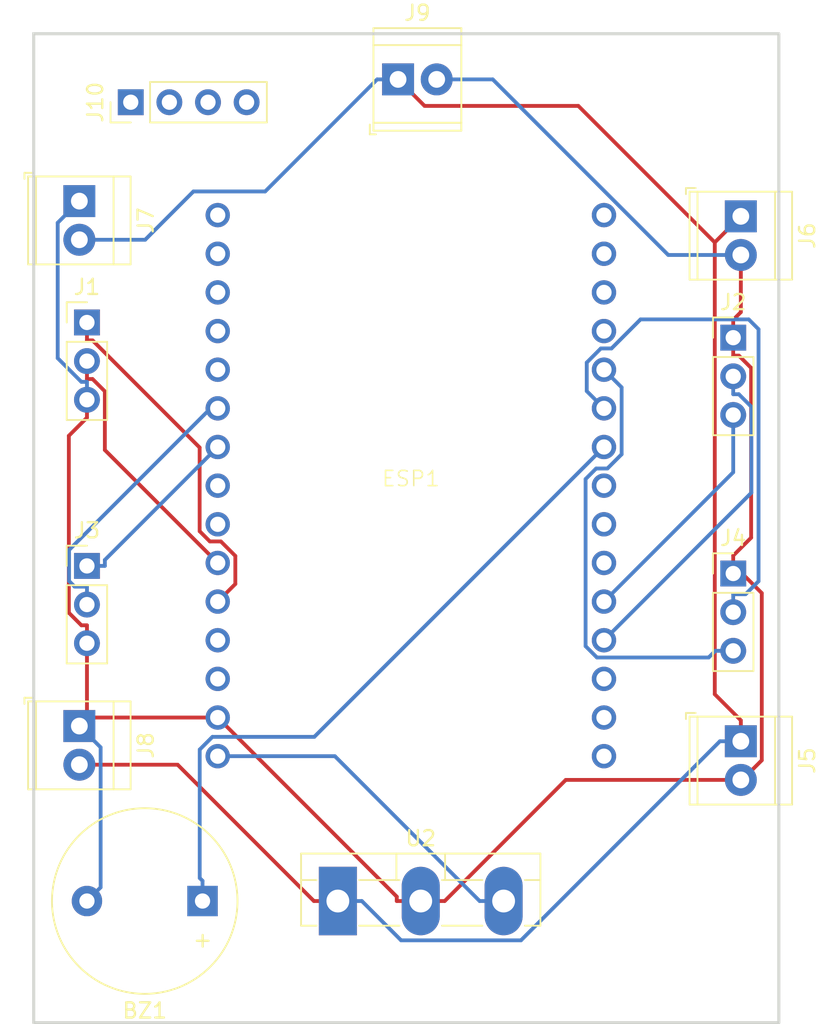
<source format=kicad_pcb>
(kicad_pcb (version 20221018) (generator pcbnew)
  (layers (0 "F.Cu" signal) (31 "B.Cu" signal) (34 "B.Paste" user) (35 "F.Paste" user) (36 "B.SilkS" user "B.Silkscreen") (37 "F.SilkS" user "F.Silkscreen") (38 "B.Mask" user) (39 "F.Mask" user) (44 "Edge.Cuts" user))
  (net 0 "")
  (net 1 "DIR_FL")
  (net 2 "PWM_FL")
  (net 3 "GND")
  (net 4 "DIR_BL")
  (net 5 "PWM_BL")
  (net 6 "Power_In")
  (net 7 "+5V")
  (net 31 "Buzz")
  (net 32 "PWM_FR")
  (net 33 "DIR_FR")
  (net 34 "PWM_BR")
  (net 35 "DIR_BR")
  (footprint "TerminalBlock_TE-Connectivity:TerminalBlock_TE_282834-2_1x02_P2.54mm_Horizontal" (layer "F.Cu") (at 160.5 128 -90)
    (fp_text reference "J5" (at 1.27 -4.37 90) (layer "F.SilkS"))
    (fp_text value "BR_PWR")
    (fp_line (start -1.86 2.97) (end -1.86 3.61) (stroke (width 0.12)) (layer "F.SilkS"))
    (fp_line (start -1.86 3.61) (end -1.46 3.61) (stroke (width 0.12)) (layer "F.SilkS"))
    (fp_line (start -1.62 -3.37) (end -1.62 3.37) (stroke (width 0.12)) (layer "F.SilkS"))
    (fp_line (start -1.62 -3.37) (end 4.16 -3.37) (stroke (width 0.12)) (layer "F.SilkS"))
    (fp_line (start -1.62 -2.25) (end 4.16 -2.25) (stroke (width 0.12)) (layer "F.SilkS"))
    (fp_line (start -1.62 2.85) (end 4.16 2.85) (stroke (width 0.12)) (layer "F.SilkS"))
    (fp_line (start -1.62 3.37) (end 4.16 3.37) (stroke (width 0.12)) (layer "F.SilkS"))
    (fp_line (start 4.16 -3.37) (end 4.16 3.37) (stroke (width 0.12)) (layer "F.SilkS"))
    (pad "1" thru_hole rect (at 0 0 270) (size 2.1 2.1) (drill 1.1) (layers "*.Cu" "*.Mask") (net 6 "Power_In"))
    (pad "2" thru_hole circle (at 2.54 0 270) (size 2.1 2.1) (drill 1.1) (layers "*.Cu" "*.Mask") (net 3 "GND"))
  )
  (footprint "TerminalBlock_TE-Connectivity:TerminalBlock_TE_282834-2_1x02_P2.54mm_Horizontal" (layer "F.Cu") (at 137.96 84.5)
    (fp_text reference "J9" (at 1.27 -4.37) (layer "F.SilkS"))
    (fp_text value "PWR_IN")
    (fp_line (start -1.86 2.97) (end -1.86 3.61) (stroke (width 0.12)) (layer "F.SilkS"))
    (fp_line (start -1.86 3.61) (end -1.46 3.61) (stroke (width 0.12)) (layer "F.SilkS"))
    (fp_line (start -1.62 -3.37) (end -1.62 3.37) (stroke (width 0.12)) (layer "F.SilkS"))
    (fp_line (start -1.62 -3.37) (end 4.16 -3.37) (stroke (width 0.12)) (layer "F.SilkS"))
    (fp_line (start -1.62 -2.25) (end 4.16 -2.25) (stroke (width 0.12)) (layer "F.SilkS"))
    (fp_line (start -1.62 2.85) (end 4.16 2.85) (stroke (width 0.12)) (layer "F.SilkS"))
    (fp_line (start -1.62 3.37) (end 4.16 3.37) (stroke (width 0.12)) (layer "F.SilkS"))
    (fp_line (start 4.16 -3.37) (end 4.16 3.37) (stroke (width 0.12)) (layer "F.SilkS"))
    (pad "1" thru_hole rect (at 0 0) (size 2.1 2.1) (drill 1.1) (layers "*.Cu" "*.Mask") (net 6 "Power_In"))
    (pad "2" thru_hole circle (at 2.54 0) (size 2.1 2.1) (drill 1.1) (layers "*.Cu" "*.Mask") (net 3 "GND"))
  )
  (footprint "Connector_PinHeader_2.54mm:PinHeader_1x03_P2.54mm_Vertical" (layer "F.Cu") (at 117.5 116.475)
    (fp_text reference "J3" (at 0 -2.33) (layer "F.SilkS"))
    (fp_text value "BL")
    (fp_line (start -1.33 -1.33) (end 0 -1.33) (stroke (width 0.12)) (layer "F.SilkS"))
    (fp_line (start -1.33 0) (end -1.33 -1.33) (stroke (width 0.12)) (layer "F.SilkS"))
    (fp_line (start -1.33 1.27) (end -1.33 6.41) (stroke (width 0.12)) (layer "F.SilkS"))
    (fp_line (start -1.33 1.27) (end 1.33 1.27) (stroke (width 0.12)) (layer "F.SilkS"))
    (fp_line (start -1.33 6.41) (end 1.33 6.41) (stroke (width 0.12)) (layer "F.SilkS"))
    (fp_line (start 1.33 1.27) (end 1.33 6.41) (stroke (width 0.12)) (layer "F.SilkS"))
    (pad "1" thru_hole rect (at 0 0) (size 1.7 1.7) (drill 1) (layers "*.Cu" "*.Mask") (net 4 "DIR_BL"))
    (pad "2" thru_hole oval (at 0 2.54) (size 1.7 1.7) (drill 1) (layers "*.Cu" "*.Mask") (net 5 "PWM_BL"))
    (pad "3" thru_hole oval (at 0 5.08) (size 1.7 1.7) (drill 1) (layers "*.Cu" "*.Mask") (net 3 "GND"))
  )
  (footprint "Connector_PinHeader_2.54mm:PinHeader_1x04_P2.54mm_Vertical" (layer "F.Cu") (at 120.38 86 90)
    (fp_text reference "J10" (at 0 -2.33 90) (layer "F.SilkS"))
    (fp_text value "LEDS")
    (fp_line (start -1.33 -1.33) (end 0 -1.33) (stroke (width 0.12)) (layer "F.SilkS"))
    (fp_line (start -1.33 0) (end -1.33 -1.33) (stroke (width 0.12)) (layer "F.SilkS"))
    (fp_line (start -1.33 1.27) (end -1.33 8.95) (stroke (width 0.12)) (layer "F.SilkS"))
    (fp_line (start -1.33 1.27) (end 1.33 1.27) (stroke (width 0.12)) (layer "F.SilkS"))
    (fp_line (start -1.33 8.95) (end 1.33 8.95) (stroke (width 0.12)) (layer "F.SilkS"))
    (fp_line (start 1.33 1.27) (end 1.33 8.95) (stroke (width 0.12)) (layer "F.SilkS"))
    (pad "1" thru_hole rect (at 0 0 90) (size 1.7 1.7) (drill 1) (layers "*.Cu" "*.Mask"))
    (pad "2" thru_hole oval (at 0 2.54 90) (size 1.7 1.7) (drill 1) (layers "*.Cu" "*.Mask"))
    (pad "3" thru_hole oval (at 0 5.08 90) (size 1.7 1.7) (drill 1) (layers "*.Cu" "*.Mask"))
    (pad "4" thru_hole oval (at 0 7.62 90) (size 1.7 1.7) (drill 1) (layers "*.Cu" "*.Mask"))
  )
  (footprint "TerminalBlock_TE-Connectivity:TerminalBlock_TE_282834-2_1x02_P2.54mm_Horizontal" (layer "F.Cu") (at 117 127 -90)
    (fp_text reference "J8" (at 1.27 -4.37 90) (layer "F.SilkS"))
    (fp_text value "BL_PWR")
    (fp_line (start -1.86 2.97) (end -1.86 3.61) (stroke (width 0.12)) (layer "F.SilkS"))
    (fp_line (start -1.86 3.61) (end -1.46 3.61) (stroke (width 0.12)) (layer "F.SilkS"))
    (fp_line (start -1.62 -3.37) (end -1.62 3.37) (stroke (width 0.12)) (layer "F.SilkS"))
    (fp_line (start -1.62 -3.37) (end 4.16 -3.37) (stroke (width 0.12)) (layer "F.SilkS"))
    (fp_line (start -1.62 -2.25) (end 4.16 -2.25) (stroke (width 0.12)) (layer "F.SilkS"))
    (fp_line (start -1.62 2.85) (end 4.16 2.85) (stroke (width 0.12)) (layer "F.SilkS"))
    (fp_line (start -1.62 3.37) (end 4.16 3.37) (stroke (width 0.12)) (layer "F.SilkS"))
    (fp_line (start 4.16 -3.37) (end 4.16 3.37) (stroke (width 0.12)) (layer "F.SilkS"))
    (pad "1" thru_hole rect (at 0 0 270) (size 2.1 2.1) (drill 1.1) (layers "*.Cu" "*.Mask") (net 3 "GND"))
    (pad "2" thru_hole circle (at 2.54 0 270) (size 2.1 2.1) (drill 1.1) (layers "*.Cu" "*.Mask") (net 6 "Power_In"))
  )
  (footprint "TerminalBlock_TE-Connectivity:TerminalBlock_TE_282834-2_1x02_P2.54mm_Horizontal" (layer "F.Cu") (at 160.5 93.5 -90)
    (fp_text reference "J6" (at 1.27 -4.37 90) (layer "F.SilkS"))
    (fp_text value "FR_PWR")
    (fp_line (start -1.86 2.97) (end -1.86 3.61) (stroke (width 0.12)) (layer "F.SilkS"))
    (fp_line (start -1.86 3.61) (end -1.46 3.61) (stroke (width 0.12)) (layer "F.SilkS"))
    (fp_line (start -1.62 -3.37) (end -1.62 3.37) (stroke (width 0.12)) (layer "F.SilkS"))
    (fp_line (start -1.62 -3.37) (end 4.16 -3.37) (stroke (width 0.12)) (layer "F.SilkS"))
    (fp_line (start -1.62 -2.25) (end 4.16 -2.25) (stroke (width 0.12)) (layer "F.SilkS"))
    (fp_line (start -1.62 2.85) (end 4.16 2.85) (stroke (width 0.12)) (layer "F.SilkS"))
    (fp_line (start -1.62 3.37) (end 4.16 3.37) (stroke (width 0.12)) (layer "F.SilkS"))
    (fp_line (start 4.16 -3.37) (end 4.16 3.37) (stroke (width 0.12)) (layer "F.SilkS"))
    (pad "1" thru_hole rect (at 0 0 270) (size 2.1 2.1) (drill 1.1) (layers "*.Cu" "*.Mask") (net 6 "Power_In"))
    (pad "2" thru_hole circle (at 2.54 0 270) (size 2.1 2.1) (drill 1.1) (layers "*.Cu" "*.Mask") (net 3 "GND"))
  )
  (footprint "Connector_PinHeader_2.54mm:PinHeader_1x03_P2.54mm_Vertical" (layer "F.Cu") (at 117.5 100.475)
    (fp_text reference "J1" (at 0 -2.33) (layer "F.SilkS"))
    (fp_text value "FL")
    (fp_line (start -1.33 -1.33) (end 0 -1.33) (stroke (width 0.12)) (layer "F.SilkS"))
    (fp_line (start -1.33 0) (end -1.33 -1.33) (stroke (width 0.12)) (layer "F.SilkS"))
    (fp_line (start -1.33 1.27) (end -1.33 6.41) (stroke (width 0.12)) (layer "F.SilkS"))
    (fp_line (start -1.33 1.27) (end 1.33 1.27) (stroke (width 0.12)) (layer "F.SilkS"))
    (fp_line (start -1.33 6.41) (end 1.33 6.41) (stroke (width 0.12)) (layer "F.SilkS"))
    (fp_line (start 1.33 1.27) (end 1.33 6.41) (stroke (width 0.12)) (layer "F.SilkS"))
    (pad "1" thru_hole rect (at 0 0) (size 1.7 1.7) (drill 1) (layers "*.Cu" "*.Mask") (net 1 "DIR_FL"))
    (pad "2" thru_hole oval (at 0 2.54) (size 1.7 1.7) (drill 1) (layers "*.Cu" "*.Mask") (net 2 "PWM_FL"))
    (pad "3" thru_hole oval (at 0 5.08) (size 1.7 1.7) (drill 1) (layers "*.Cu" "*.Mask") (net 3 "GND"))
  )
  (footprint "Package_TO_SOT_THT:TO-3P-3_Vertical" (layer "F.Cu") (at 134 138.5)
    (fp_text reference "U2" (at 5.45 -4.12) (layer "F.SilkS"))
    (fp_text value "L7805")
    (fp_line (start -2.42 -3.12) (end -2.42 1.62) (stroke (width 0.12)) (layer "F.SilkS"))
    (fp_line (start -2.42 -3.12) (end 13.32 -3.12) (stroke (width 0.12)) (layer "F.SilkS"))
    (fp_line (start -2.42 -1.38) (end -1.4 -1.38) (stroke (width 0.12)) (layer "F.SilkS"))
    (fp_line (start -2.42 1.62) (end -1.4 1.62) (stroke (width 0.12)) (layer "F.SilkS"))
    (fp_line (start 1.4 -1.38) (end 4.051 -1.38) (stroke (width 0.12)) (layer "F.SilkS"))
    (fp_line (start 1.4 1.62) (end 4.051 1.62) (stroke (width 0.12)) (layer "F.SilkS"))
    (fp_line (start 3.85 -3.12) (end 3.85 -1.38) (stroke (width 0.12)) (layer "F.SilkS"))
    (fp_line (start 6.85 -1.38) (end 9.5 -1.38) (stroke (width 0.12)) (layer "F.SilkS"))
    (fp_line (start 6.85 1.62) (end 9.5 1.62) (stroke (width 0.12)) (layer "F.SilkS"))
    (fp_line (start 7.051 -3.12) (end 7.051 -1.38) (stroke (width 0.12)) (layer "F.SilkS"))
    (fp_line (start 12.3 -1.38) (end 13.32 -1.38) (stroke (width 0.12)) (layer "F.SilkS"))
    (fp_line (start 12.3 1.62) (end 13.32 1.62) (stroke (width 0.12)) (layer "F.SilkS"))
    (fp_line (start 13.32 -3.12) (end 13.32 1.62) (stroke (width 0.12)) (layer "F.SilkS"))
    (pad "1" thru_hole rect (at 0 0) (size 2.5 4.5) (drill 1.5) (layers "*.Cu" "*.Mask") (net 6 "Power_In"))
    (pad "2" thru_hole oval (at 5.45 0) (size 2.5 4.5) (drill 1.5) (layers "*.Cu" "*.Mask") (net 3 "GND"))
    (pad "3" thru_hole oval (at 10.9 0) (size 2.5 4.5) (drill 1.5) (layers "*.Cu" "*.Mask") (net 7 "+5V"))
  )
  (footprint "Connector_PinHeader_2.54mm:PinHeader_1x03_P2.54mm_Vertical" (layer "F.Cu") (at 160 101.475)
    (fp_text reference "J2" (at 0 -2.33) (layer "F.SilkS"))
    (fp_text value "FR")
    (fp_line (start -1.33 -1.33) (end 0 -1.33) (stroke (width 0.12)) (layer "F.SilkS"))
    (fp_line (start -1.33 0) (end -1.33 -1.33) (stroke (width 0.12)) (layer "F.SilkS"))
    (fp_line (start -1.33 1.27) (end -1.33 6.41) (stroke (width 0.12)) (layer "F.SilkS"))
    (fp_line (start -1.33 1.27) (end 1.33 1.27) (stroke (width 0.12)) (layer "F.SilkS"))
    (fp_line (start -1.33 6.41) (end 1.33 6.41) (stroke (width 0.12)) (layer "F.SilkS"))
    (fp_line (start 1.33 1.27) (end 1.33 6.41) (stroke (width 0.12)) (layer "F.SilkS"))
    (pad "1" thru_hole rect (at 0 0) (size 1.7 1.7) (drill 1) (layers "*.Cu" "*.Mask") (net 3 "GND"))
    (pad "2" thru_hole oval (at 0 2.54) (size 1.7 1.7) (drill 1) (layers "*.Cu" "*.Mask") (net 32 "PWM_FR"))
    (pad "3" thru_hole oval (at 0 5.08) (size 1.7 1.7) (drill 1) (layers "*.Cu" "*.Mask") (net 33 "DIR_FR"))
  )
  (footprint "Connector_PinHeader_2.54mm:PinHeader_1x03_P2.54mm_Vertical" (layer "F.Cu") (at 160 116.975)
    (fp_text reference "J4" (at 0 -2.33) (layer "F.SilkS"))
    (fp_text value "BR")
    (fp_line (start -1.33 -1.33) (end 0 -1.33) (stroke (width 0.12)) (layer "F.SilkS"))
    (fp_line (start -1.33 0) (end -1.33 -1.33) (stroke (width 0.12)) (layer "F.SilkS"))
    (fp_line (start -1.33 1.27) (end -1.33 6.41) (stroke (width 0.12)) (layer "F.SilkS"))
    (fp_line (start -1.33 1.27) (end 1.33 1.27) (stroke (width 0.12)) (layer "F.SilkS"))
    (fp_line (start -1.33 6.41) (end 1.33 6.41) (stroke (width 0.12)) (layer "F.SilkS"))
    (fp_line (start 1.33 1.27) (end 1.33 6.41) (stroke (width 0.12)) (layer "F.SilkS"))
    (pad "1" thru_hole rect (at 0 0) (size 1.7 1.7) (drill 1) (layers "*.Cu" "*.Mask") (net 3 "GND"))
    (pad "2" thru_hole oval (at 0 2.54) (size 1.7 1.7) (drill 1) (layers "*.Cu" "*.Mask") (net 34 "PWM_BR"))
    (pad "3" thru_hole oval (at 0 5.08) (size 1.7 1.7) (drill 1) (layers "*.Cu" "*.Mask") (net 35 "DIR_BR"))
  )
  (footprint "Buzzer_Beeper:Buzzer_12x9.5RM7.6" (layer "F.Cu") (at 125.1 138.5 180)
    (fp_text reference "BZ1" (at 3.8 -7.2) (layer "F.SilkS"))
    (fp_text value "Buzzer")
    (fp_text user "+" (at -0.01 -2.54) (layer "F.SilkS"))
    (fp_circle (center 3.8 0) (end 9.9 0) (stroke (width 0.12)) (fill none) (layer "F.SilkS"))
    (pad "1" thru_hole rect (at 0 0 180) (size 2 2) (drill 1) (layers "*.Cu" "*.Mask") (net 31 "Buzz"))
    (pad "2" thru_hole circle (at 7.6 0 180) (size 2 2) (drill 1) (layers "*.Cu" "*.Mask") (net 3 "GND"))
  )
  (footprint "CustomParts:ESP-32" (layer "F.Cu") (at 138.8 111.2)
    (fp_text reference "ESP1" (at 0 -0.46 unlocked) (layer "F.SilkS") (effects (font (thickness 0.1))))
    (fp_text value "~")
    (pad "1" thru_hole circle (at -12.7 -17.78) (size 1.6 1.6) (drill 1) (layers "*.Cu" "*.Mask"))
    (pad "2" thru_hole circle (at -12.7 -15.24) (size 1.6 1.6) (drill 1) (layers "*.Cu" "*.Mask"))
    (pad "3" thru_hole circle (at -12.7 -12.7) (size 1.6 1.6) (drill 1) (layers "*.Cu" "*.Mask"))
    (pad "4" thru_hole circle (at -12.7 -10.16) (size 1.6 1.6) (drill 1) (layers "*.Cu" "*.Mask"))
    (pad "5" thru_hole circle (at -12.7 -7.62) (size 1.6 1.6) (drill 1) (layers "*.Cu" "*.Mask"))
    (pad "6" thru_hole circle (at -12.7 -5.08) (size 1.6 1.6) (drill 1) (layers "*.Cu" "*.Mask") (net 5 "PWM_BL"))
    (pad "7" thru_hole circle (at -12.7 -2.54) (size 1.6 1.6) (drill 1) (layers "*.Cu" "*.Mask") (net 4 "DIR_BL"))
    (pad "8" thru_hole circle (at -12.7 0) (size 1.6 1.6) (drill 1) (layers "*.Cu" "*.Mask"))
    (pad "9" thru_hole circle (at -12.7 2.54) (size 1.6 1.6) (drill 1) (layers "*.Cu" "*.Mask"))
    (pad "10" thru_hole circle (at -12.7 5.08) (size 1.6 1.6) (drill 1) (layers "*.Cu" "*.Mask") (net 2 "PWM_FL"))
    (pad "11" thru_hole circle (at -12.7 7.62) (size 1.6 1.6) (drill 1) (layers "*.Cu" "*.Mask") (net 1 "DIR_FL"))
    (pad "12" thru_hole circle (at -12.7 10.16) (size 1.6 1.6) (drill 1) (layers "*.Cu" "*.Mask"))
    (pad "13" thru_hole circle (at -12.7 12.7) (size 1.6 1.6) (drill 1) (layers "*.Cu" "*.Mask"))
    (pad "14" thru_hole circle (at -12.7 15.24) (size 1.6 1.6) (drill 1) (layers "*.Cu" "*.Mask") (net 3 "GND"))
    (pad "15" thru_hole circle (at -12.7 17.78) (size 1.6 1.6) (drill 1) (layers "*.Cu" "*.Mask") (net 7 "+5V"))
    (pad "16" thru_hole circle (at 12.7 17.78) (size 1.6 1.6) (drill 1) (layers "*.Cu" "*.Mask"))
    (pad "17" thru_hole circle (at 12.7 15.24) (size 1.6 1.6) (drill 1) (layers "*.Cu" "*.Mask"))
    (pad "18" thru_hole circle (at 12.7 12.7) (size 1.6 1.6) (drill 1) (layers "*.Cu" "*.Mask"))
    (pad "19" thru_hole circle (at 12.7 10.16) (size 1.6 1.6) (drill 1) (layers "*.Cu" "*.Mask") (net 32 "PWM_FR"))
    (pad "20" thru_hole circle (at 12.7 7.62) (size 1.6 1.6) (drill 1) (layers "*.Cu" "*.Mask") (net 33 "DIR_FR"))
    (pad "21" thru_hole circle (at 12.7 5.08) (size 1.6 1.6) (drill 1) (layers "*.Cu" "*.Mask"))
    (pad "22" thru_hole circle (at 12.7 2.54) (size 1.6 1.6) (drill 1) (layers "*.Cu" "*.Mask"))
    (pad "23" thru_hole circle (at 12.7 0) (size 1.6 1.6) (drill 1) (layers "*.Cu" "*.Mask"))
    (pad "24" thru_hole circle (at 12.7 -2.54) (size 1.6 1.6) (drill 1) (layers "*.Cu" "*.Mask") (net 31 "Buzz"))
    (pad "25" thru_hole circle (at 12.7 -5.08) (size 1.6 1.6) (drill 1) (layers "*.Cu" "*.Mask") (net 34 "PWM_BR"))
    (pad "26" thru_hole circle (at 12.7 -7.62) (size 1.6 1.6) (drill 1) (layers "*.Cu" "*.Mask") (net 35 "DIR_BR"))
    (pad "27" thru_hole circle (at 12.7 -10.16) (size 1.6 1.6) (drill 1) (layers "*.Cu" "*.Mask"))
    (pad "28" thru_hole circle (at 12.7 -12.7) (size 1.6 1.6) (drill 1) (layers "*.Cu" "*.Mask"))
    (pad "29" thru_hole circle (at 12.7 -15.24) (size 1.6 1.6) (drill 1) (layers "*.Cu" "*.Mask"))
    (pad "30" thru_hole circle (at 12.7 -17.78) (size 1.6 1.6) (drill 1) (layers "*.Cu" "*.Mask"))
  )
  (footprint "TerminalBlock_TE-Connectivity:TerminalBlock_TE_282834-2_1x02_P2.54mm_Horizontal" (layer "F.Cu") (at 117 92.5 -90)
    (fp_text reference "J7" (at 1.27 -4.37 90) (layer "F.SilkS"))
    (fp_text value "FL_PWR")
    (fp_line (start -1.86 2.97) (end -1.86 3.61) (stroke (width 0.12)) (layer "F.SilkS"))
    (fp_line (start -1.86 3.61) (end -1.46 3.61) (stroke (width 0.12)) (layer "F.SilkS"))
    (fp_line (start -1.62 -3.37) (end -1.62 3.37) (stroke (width 0.12)) (layer "F.SilkS"))
    (fp_line (start -1.62 -3.37) (end 4.16 -3.37) (stroke (width 0.12)) (layer "F.SilkS"))
    (fp_line (start -1.62 -2.25) (end 4.16 -2.25) (stroke (width 0.12)) (layer "F.SilkS"))
    (fp_line (start -1.62 2.85) (end 4.16 2.85) (stroke (width 0.12)) (layer "F.SilkS"))
    (fp_line (start -1.62 3.37) (end 4.16 3.37) (stroke (width 0.12)) (layer "F.SilkS"))
    (fp_line (start 4.16 -3.37) (end 4.16 3.37) (stroke (width 0.12)) (layer "F.SilkS"))
    (pad "1" thru_hole rect (at 0 0 270) (size 2.1 2.1) (drill 1.1) (layers "*.Cu" "*.Mask") (net 3 "GND"))
    (pad "2" thru_hole circle (at 2.54 0 270) (size 2.1 2.1) (drill 1.1) (layers "*.Cu" "*.Mask") (net 6 "Power_In"))
  )
  (gr_rect (start 114 81.5) (end 163 146.5) (stroke (width 0.2)) (fill none) (layer "Edge.Cuts"))
  (segment (start 124.91 114.194) (end 125.583 114.867) (width 0.25) (layer "F.Cu") (net 1))
  (segment (start 124.91 108.695) (end 124.91 114.194) (width 0.25) (layer "F.Cu") (net 1))
  (segment (start 125.583 114.867) (end 126.306 114.867) (width 0.25) (layer "F.Cu") (net 1))
  (segment (start 117.5 100.475) (end 117.5 101.652) (width 0.25) (layer "F.Cu") (net 1))
  (segment (start 126.306 114.867) (end 127.258 115.819) (width 0.25) (layer "F.Cu") (net 1))
  (segment (start 127.258 115.819) (end 127.258 117.662) (width 0.25) (layer "F.Cu") (net 1))
  (segment (start 127.258 117.662) (end 126.1 118.82) (width 0.25) (layer "F.Cu") (net 1))
  (segment (start 117.868 101.652) (end 124.91 108.695) (width 0.25) (layer "F.Cu") (net 1))
  (segment (start 117.5 101.652) (end 117.868 101.652) (width 0.25) (layer "F.Cu") (net 1))
  (segment (start 118.677 105.001) (end 118.677 108.857) (width 0.25) (layer "F.Cu") (net 2))
  (segment (start 117.5 104.192) (end 117.868 104.192) (width 0.25) (layer "F.Cu") (net 2))
  (segment (start 117.5 103.015) (end 117.5 104.192) (width 0.25) (layer "F.Cu") (net 2))
  (segment (start 118.677 108.857) (end 126.1 116.28) (width 0.25) (layer "F.Cu") (net 2))
  (segment (start 117.868 104.192) (end 118.677 105.001) (width 0.25) (layer "F.Cu") (net 2))
  (segment (start 160 115.798) (end 160 116.386) (width 0.25) (layer "F.Cu") (net 3))
  (segment (start 117 127) (end 117 126.94) (width 0.25) (layer "F.Cu") (net 3))
  (segment (start 161.877 129.249) (end 160.586 130.54) (width 0.25) (layer "F.Cu") (net 3))
  (segment (start 160.368 102.652) (end 161.177 103.461) (width 0.25) (layer "F.Cu") (net 3))
  (segment (start 117.5 126.44) (end 126.1 126.44) (width 0.25) (layer "F.Cu") (net 3))
  (segment (start 161.877 118.263) (end 161.877 129.249) (width 0.25) (layer "F.Cu") (net 3))
  (segment (start 160 116.386) (end 161.877 118.263) (width 0.25) (layer "F.Cu") (net 3))
  (segment (start 160 101.475) (end 160 102.652) (width 0.25) (layer "F.Cu") (net 3))
  (segment (start 137.873 138.5) (end 137.873 138.213) (width 0.25) (layer "F.Cu") (net 3))
  (segment (start 160 101.475) (end 160 100.298) (width 0.25) (layer "F.Cu") (net 3))
  (segment (start 160 116.975) (end 160 116.386) (width 0.25) (layer "F.Cu") (net 3))
  (segment (start 139.45 138.5) (end 141.027 138.5) (width 0.25) (layer "F.Cu") (net 3))
  (segment (start 116.309 107.922) (end 117.5 106.732) (width 0.25) (layer "F.Cu") (net 3))
  (segment (start 161.177 103.461) (end 161.177 114.621) (width 0.25) (layer "F.Cu") (net 3))
  (segment (start 160.586 130.54) (end 160.5 130.54) (width 0.25) (layer "F.Cu") (net 3))
  (segment (start 117.5 106.732) (end 117.5 105.555) (width 0.25) (layer "F.Cu") (net 3))
  (segment (start 116.309 119.553) (end 116.309 107.922) (width 0.25) (layer "F.Cu") (net 3))
  (segment (start 148.987 130.54) (end 160.5 130.54) (width 0.25) (layer "F.Cu") (net 3))
  (segment (start 161.177 114.621) (end 160 115.798) (width 0.25) (layer "F.Cu") (net 3))
  (segment (start 117.5 121.555) (end 117.5 126.44) (width 0.25) (layer "F.Cu") (net 3))
  (segment (start 139.45 138.5) (end 137.873 138.5) (width 0.25) (layer "F.Cu") (net 3))
  (segment (start 137.873 138.213) (end 126.1 126.44) (width 0.25) (layer "F.Cu") (net 3))
  (segment (start 160.5 99.7981) (end 160.5 96.04) (width 0.25) (layer "F.Cu") (net 3))
  (segment (start 117 126.94) (end 117.5 126.44) (width 0.25) (layer "F.Cu") (net 3))
  (segment (start 141.027 138.5) (end 148.987 130.54) (width 0.25) (layer "F.Cu") (net 3))
  (segment (start 160 102.652) (end 160.368 102.652) (width 0.25) (layer "F.Cu") (net 3))
  (segment (start 117.5 120.378) (end 117.134 120.378) (width 0.25) (layer "F.Cu") (net 3))
  (segment (start 117.134 120.378) (end 116.309 119.553) (width 0.25) (layer "F.Cu") (net 3))
  (segment (start 160 100.298) (end 160.5 99.7981) (width 0.25) (layer "F.Cu") (net 3))
  (segment (start 117.5 121.555) (end 117.5 120.378) (width 0.25) (layer "F.Cu") (net 3))
  (segment (start 117.132 104.378) (end 115.576 102.822) (width 0.25) (layer "B.Cu") (net 3))
  (segment (start 115.576 93.9239) (end 117 92.5) (width 0.25) (layer "B.Cu") (net 3))
  (segment (start 118.399 128.399) (end 118.399 137.601) (width 0.25) (layer "B.Cu") (net 3))
  (segment (start 144.186 84.5) (end 140.5 84.5) (width 0.25) (layer "B.Cu") (net 3))
  (segment (start 115.576 102.822) (end 115.576 93.9239) (width 0.25) (layer "B.Cu") (net 3))
  (segment (start 160.5 96.04) (end 155.726 96.04) (width 0.25) (layer "B.Cu") (net 3))
  (segment (start 117.5 105.555) (end 117.5 104.378) (width 0.25) (layer "B.Cu") (net 3))
  (segment (start 117 127) (end 118.399 128.399) (width 0.25) (layer "B.Cu") (net 3))
  (segment (start 117.5 104.378) (end 117.132 104.378) (width 0.25) (layer "B.Cu") (net 3))
  (segment (start 118.399 137.601) (end 117.5 138.5) (width 0.25) (layer "B.Cu") (net 3))
  (segment (start 155.726 96.04) (end 144.186 84.5) (width 0.25) (layer "B.Cu") (net 3))
  (segment (start 118.677 116.083) (end 126.1 108.66) (width 0.25) (layer "B.Cu") (net 4))
  (segment (start 118.677 116.475) (end 118.677 116.083) (width 0.25) (layer "B.Cu") (net 4))
  (segment (start 117.5 116.475) (end 118.677 116.475) (width 0.25) (layer "B.Cu") (net 4))
  (segment (start 116.691 117.838) (end 116.323 117.47) (width 0.25) (layer "B.Cu") (net 5))
  (segment (start 125.63 106.12) (end 126.1 106.12) (width 0.25) (layer "B.Cu") (net 5))
  (segment (start 116.323 117.47) (end 116.323 115.427) (width 0.25) (layer "B.Cu") (net 5))
  (segment (start 117.5 119.015) (end 117.5 117.838) (width 0.25) (layer "B.Cu") (net 5))
  (segment (start 116.323 115.427) (end 125.63 106.12) (width 0.25) (layer "B.Cu") (net 5))
  (segment (start 117.5 117.838) (end 116.691 117.838) (width 0.25) (layer "B.Cu") (net 5))
  (segment (start 123.463 129.54) (end 117 129.54) (width 0.25) (layer "F.Cu") (net 6))
  (segment (start 132.423 138.5) (end 123.463 129.54) (width 0.25) (layer "F.Cu") (net 6))
  (segment (start 160.5 126.623) (end 160.5 128) (width 0.25) (layer "F.Cu") (net 6))
  (segment (start 160.5 93.5) (end 158.786 95.2141) (width 0.25) (layer "F.Cu") (net 6))
  (segment (start 134 138.5) (end 132.423 138.5) (width 0.25) (layer "F.Cu") (net 6))
  (segment (start 158.786 95.2141) (end 149.814 86.2424) (width 0.25) (layer "F.Cu") (net 6))
  (segment (start 139.702 86.2424) (end 137.96 84.5) (width 0.25) (layer "F.Cu") (net 6))
  (segment (start 158.786 124.909) (end 160.5 126.623) (width 0.25) (layer "F.Cu") (net 6))
  (segment (start 149.814 86.2424) (end 139.702 86.2424) (width 0.25) (layer "F.Cu") (net 6))
  (segment (start 158.786 95.2141) (end 158.786 124.909) (width 0.25) (layer "F.Cu") (net 6))
  (segment (start 146.04 141.084) (end 159.123 128) (width 0.25) (layer "B.Cu") (net 6))
  (segment (start 135.577 138.5) (end 138.16 141.084) (width 0.25) (layer "B.Cu") (net 6))
  (segment (start 121.327 95.04) (end 117 95.04) (width 0.25) (layer "B.Cu") (net 6))
  (segment (start 159.123 128) (end 160.5 128) (width 0.25) (layer "B.Cu") (net 6))
  (segment (start 137.96 84.5) (end 136.583 84.5) (width 0.25) (layer "B.Cu") (net 6))
  (segment (start 138.16 141.084) (end 146.04 141.084) (width 0.25) (layer "B.Cu") (net 6))
  (segment (start 124.502 91.8648) (end 121.327 95.04) (width 0.25) (layer "B.Cu") (net 6))
  (segment (start 134 138.5) (end 135.577 138.5) (width 0.25) (layer "B.Cu") (net 6))
  (segment (start 136.583 84.5) (end 129.218 91.8648) (width 0.25) (layer "B.Cu") (net 6))
  (segment (start 129.218 91.8648) (end 124.502 91.8648) (width 0.25) (layer "B.Cu") (net 6))
  (segment (start 133.803 128.98) (end 126.1 128.98) (width 0.25) (layer "B.Cu") (net 7))
  (segment (start 143.323 138.5) (end 133.803 128.98) (width 0.25) (layer "B.Cu") (net 7))
  (segment (start 144.9 138.5) (end 143.323 138.5) (width 0.25) (layer "B.Cu") (net 7))
  (segment (start 125.751 127.71) (end 124.9136 128.5474) (width 0.25) (layer "B.Cu") (net 31))
  (segment (start 151.5 108.66) (end 132.45 127.71) (width 0.25) (layer "B.Cu") (net 31))
  (segment (start 124.9136 128.5474) (end 124.9136 136.9867) (width 0.25) (layer "B.Cu") (net 31))
  (segment (start 132.45 127.71) (end 125.751 127.71) (width 0.25) (layer "B.Cu") (net 31))
  (segment (start 124.9136 136.9867) (end 125.1 137.1731) (width 0.25) (layer "B.Cu") (net 31))
  (segment (start 125.1 138.5) (end 125.1 137.1731) (width 0.25) (layer "B.Cu") (net 31))
  (segment (start 161.194 111.666) (end 151.5 121.36) (width 0.25) (layer "B.Cu") (net 32))
  (segment (start 160.3678 105.1919) (end 161.194 106.0181) (width 0.25) (layer "B.Cu") (net 32))
  (segment (start 160 104.015) (end 160 105.1919) (width 0.25) (layer "B.Cu") (net 32))
  (segment (start 160 105.1919) (end 160.3678 105.1919) (width 0.25) (layer "B.Cu") (net 32))
  (segment (start 161.194 106.0181) (end 161.194 111.666) (width 0.25) (layer "B.Cu") (net 32))
  (segment (start 160 106.555) (end 160 110.32) (width 0.25) (layer "B.Cu") (net 33))
  (segment (start 160 110.32) (end 151.5 118.82) (width 0.25) (layer "B.Cu") (net 33))
  (segment (start 151.9948 102.1826) (end 151.2948 102.1826) (width 0.25) (layer "B.Cu") (net 34))
  (segment (start 150.3666 104.9866) (end 151.5 106.12) (width 0.25) (layer "B.Cu") (net 34))
  (segment (start 150.3666 103.1108) (end 150.3666 104.9866) (width 0.25) (layer "B.Cu") (net 34))
  (segment (start 151.2948 102.1826) (end 150.3666 103.1108) (width 0.25) (layer "B.Cu") (net 34))
  (segment (start 161.6645 100.9197) (end 161.0193 100.2745) (width 0.25) (layer "B.Cu") (net 34))
  (segment (start 160.8091 118.3381) (end 161.6645 117.4827) (width 0.25) (layer "B.Cu") (net 34))
  (segment (start 160 119.515) (end 160 118.3381) (width 0.25) (layer "B.Cu") (net 34))
  (segment (start 161.0193 100.2745) (end 153.9029 100.2745) (width 0.25) (layer "B.Cu") (net 34))
  (segment (start 153.9029 100.2745) (end 151.9948 102.1826) (width 0.25) (layer "B.Cu") (net 34))
  (segment (start 160 118.3381) (end 160.8091 118.3381) (width 0.25) (layer "B.Cu") (net 34))
  (segment (start 161.6645 117.4827) (end 161.6645 100.9197) (width 0.25) (layer "B.Cu") (net 34))
  (segment (start 152.6602 104.7402) (end 152.6602 109.1388) (width 0.25) (layer "B.Cu") (net 35))
  (segment (start 151.0381 122.4952) (end 158.3829 122.4952) (width 0.25) (layer "B.Cu") (net 35))
  (segment (start 160 122.055) (end 158.8231 122.055) (width 0.25) (layer "B.Cu") (net 35))
  (segment (start 150.2902 121.7473) (end 151.0381 122.4952) (width 0.25) (layer "B.Cu") (net 35))
  (segment (start 150.9854 110.0731) (end 150.2902 110.7683) (width 0.25) (layer "B.Cu") (net 35))
  (segment (start 158.3829 122.4952) (end 158.8231 122.055) (width 0.25) (layer "B.Cu") (net 35))
  (segment (start 152.6602 109.1388) (end 151.7259 110.0731) (width 0.25) (layer "B.Cu") (net 35))
  (segment (start 150.2902 110.7683) (end 150.2902 121.7473) (width 0.25) (layer "B.Cu") (net 35))
  (segment (start 151.5 103.58) (end 152.6602 104.7402) (width 0.25) (layer "B.Cu") (net 35))
  (segment (start 151.7259 110.0731) (end 150.9854 110.0731) (width 0.25) (layer "B.Cu") (net 35))
)
</source>
